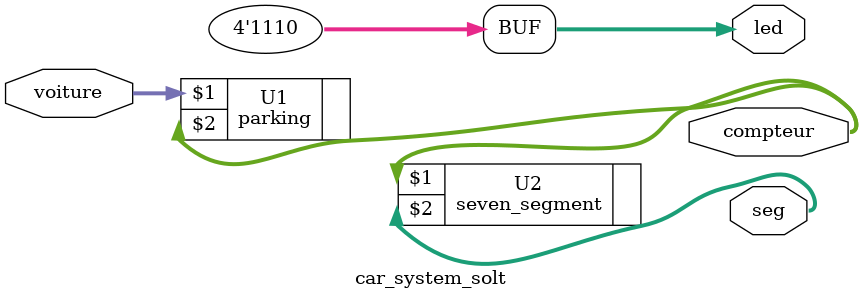
<source format=v>
module car_system_solt
 (
   input [14:0] voiture ,
	output [3:0] compteur,
	output [6:0] seg , 
	output [3:0] led
 );
 
 
   assign led=4'b1110;
	
	parking U1(voiture,compteur);
	seven_segment U2(compteur,seg);
	
endmodule
 

</source>
